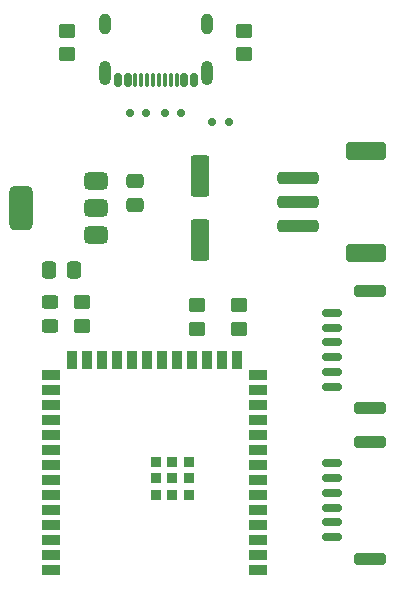
<source format=gtp>
G04 #@! TF.GenerationSoftware,KiCad,Pcbnew,9.0.2*
G04 #@! TF.CreationDate,2025-05-28T22:13:06-05:00*
G04 #@! TF.ProjectId,mainboard,6d61696e-626f-4617-9264-2e6b69636164,rev?*
G04 #@! TF.SameCoordinates,Original*
G04 #@! TF.FileFunction,Paste,Top*
G04 #@! TF.FilePolarity,Positive*
%FSLAX46Y46*%
G04 Gerber Fmt 4.6, Leading zero omitted, Abs format (unit mm)*
G04 Created by KiCad (PCBNEW 9.0.2) date 2025-05-28 22:13:06*
%MOMM*%
%LPD*%
G01*
G04 APERTURE LIST*
G04 Aperture macros list*
%AMRoundRect*
0 Rectangle with rounded corners*
0 $1 Rounding radius*
0 $2 $3 $4 $5 $6 $7 $8 $9 X,Y pos of 4 corners*
0 Add a 4 corners polygon primitive as box body*
4,1,4,$2,$3,$4,$5,$6,$7,$8,$9,$2,$3,0*
0 Add four circle primitives for the rounded corners*
1,1,$1+$1,$2,$3*
1,1,$1+$1,$4,$5*
1,1,$1+$1,$6,$7*
1,1,$1+$1,$8,$9*
0 Add four rect primitives between the rounded corners*
20,1,$1+$1,$2,$3,$4,$5,0*
20,1,$1+$1,$4,$5,$6,$7,0*
20,1,$1+$1,$6,$7,$8,$9,0*
20,1,$1+$1,$8,$9,$2,$3,0*%
G04 Aperture macros list end*
%ADD10R,1.500000X0.900000*%
%ADD11R,0.900000X1.500000*%
%ADD12R,0.900000X0.900000*%
%ADD13RoundRect,0.375000X0.625000X0.375000X-0.625000X0.375000X-0.625000X-0.375000X0.625000X-0.375000X0*%
%ADD14RoundRect,0.500000X0.500000X1.400000X-0.500000X1.400000X-0.500000X-1.400000X0.500000X-1.400000X0*%
%ADD15RoundRect,0.250000X0.450000X-0.350000X0.450000X0.350000X-0.450000X0.350000X-0.450000X-0.350000X0*%
%ADD16RoundRect,0.250000X-0.337500X-0.475000X0.337500X-0.475000X0.337500X0.475000X-0.337500X0.475000X0*%
%ADD17RoundRect,0.150000X0.150000X0.200000X-0.150000X0.200000X-0.150000X-0.200000X0.150000X-0.200000X0*%
%ADD18RoundRect,0.250000X-0.475000X0.337500X-0.475000X-0.337500X0.475000X-0.337500X0.475000X0.337500X0*%
%ADD19RoundRect,0.150000X0.150000X0.425000X-0.150000X0.425000X-0.150000X-0.425000X0.150000X-0.425000X0*%
%ADD20RoundRect,0.075000X0.075000X0.500000X-0.075000X0.500000X-0.075000X-0.500000X0.075000X-0.500000X0*%
%ADD21O,1.000000X2.100000*%
%ADD22O,1.000000X1.800000*%
%ADD23RoundRect,0.150000X0.700000X-0.150000X0.700000X0.150000X-0.700000X0.150000X-0.700000X-0.150000X0*%
%ADD24RoundRect,0.250000X1.100000X-0.250000X1.100000X0.250000X-1.100000X0.250000X-1.100000X-0.250000X0*%
%ADD25RoundRect,0.150000X-0.150000X-0.200000X0.150000X-0.200000X0.150000X0.200000X-0.150000X0.200000X0*%
%ADD26RoundRect,0.250000X0.450000X-0.325000X0.450000X0.325000X-0.450000X0.325000X-0.450000X-0.325000X0*%
%ADD27RoundRect,0.250000X1.500000X-0.250000X1.500000X0.250000X-1.500000X0.250000X-1.500000X-0.250000X0*%
%ADD28RoundRect,0.250001X1.449999X-0.499999X1.449999X0.499999X-1.449999X0.499999X-1.449999X-0.499999X0*%
%ADD29RoundRect,0.250000X0.550000X-1.500000X0.550000X1.500000X-0.550000X1.500000X-0.550000X-1.500000X0*%
G04 APERTURE END LIST*
D10*
X132900000Y-113120000D03*
X132900000Y-111850000D03*
X132900000Y-110580000D03*
X132900000Y-109310000D03*
X132900000Y-108040000D03*
X132900000Y-106770000D03*
X132900000Y-105500000D03*
X132900000Y-104230000D03*
X132900000Y-102960000D03*
X132900000Y-101690000D03*
X132900000Y-100420000D03*
X132900000Y-99150000D03*
X132900000Y-97880000D03*
X132900000Y-96610000D03*
D11*
X131135000Y-95360000D03*
X129865000Y-95360000D03*
X128595000Y-95360000D03*
X127325000Y-95360000D03*
X126055000Y-95360000D03*
X124785000Y-95360000D03*
X123515000Y-95360000D03*
X122245000Y-95360000D03*
X120975000Y-95360000D03*
X119705000Y-95360000D03*
X118435000Y-95360000D03*
X117165000Y-95360000D03*
D10*
X115400000Y-96610000D03*
X115400000Y-97880000D03*
X115400000Y-99150000D03*
X115400000Y-100420000D03*
X115400000Y-101690000D03*
X115400000Y-102960000D03*
X115400000Y-104230000D03*
X115400000Y-105500000D03*
X115400000Y-106770000D03*
X115400000Y-108040000D03*
X115400000Y-109310000D03*
X115400000Y-110580000D03*
X115400000Y-111850000D03*
X115400000Y-113120000D03*
D12*
X127050000Y-106800000D03*
X127050000Y-105400000D03*
X127050000Y-104000000D03*
X127050000Y-104000000D03*
X125650000Y-106800000D03*
X125650000Y-106800000D03*
X125650000Y-105400000D03*
X125650000Y-104000000D03*
X124250000Y-106800000D03*
X124250000Y-105400000D03*
X124250000Y-104000000D03*
D13*
X119150000Y-84800000D03*
X119150000Y-82500000D03*
D14*
X112850000Y-82500000D03*
D13*
X119150000Y-80200000D03*
D15*
X127750000Y-92750000D03*
X127750000Y-90750000D03*
D16*
X115212500Y-87750000D03*
X117287500Y-87750000D03*
D17*
X129000000Y-75250000D03*
X130400000Y-75250000D03*
D18*
X122500000Y-80212500D03*
X122500000Y-82287500D03*
D19*
X127450000Y-71680000D03*
X126650000Y-71680000D03*
D20*
X125500000Y-71680000D03*
X124500000Y-71680000D03*
X124000000Y-71680000D03*
X123000000Y-71680000D03*
D19*
X121850000Y-71680000D03*
X121050000Y-71680000D03*
X121050000Y-71680000D03*
X121850000Y-71680000D03*
D20*
X122500000Y-71680000D03*
X123500000Y-71680000D03*
X125000000Y-71680000D03*
X126000000Y-71680000D03*
D19*
X126650000Y-71680000D03*
X127450000Y-71680000D03*
D21*
X128570000Y-71105000D03*
D22*
X128570000Y-66925000D03*
D21*
X119930000Y-71105000D03*
D22*
X119930000Y-66925000D03*
D15*
X118000000Y-92500000D03*
X118000000Y-90500000D03*
X131700000Y-69500000D03*
X131700000Y-67500000D03*
D23*
X139150000Y-97625000D03*
X139150000Y-96375000D03*
X139150000Y-95125000D03*
X139150000Y-93875000D03*
X139150000Y-92625000D03*
X139150000Y-91375000D03*
D24*
X142350000Y-99475000D03*
X142350000Y-89525000D03*
D23*
X139150000Y-110375000D03*
X139150000Y-109125000D03*
X139150000Y-107875000D03*
X139150000Y-106625000D03*
X139150000Y-105375000D03*
X139150000Y-104125000D03*
D24*
X142350000Y-112225000D03*
X142350000Y-102275000D03*
D15*
X116750000Y-69500000D03*
X116750000Y-67500000D03*
D25*
X123450000Y-74500000D03*
X122050000Y-74500000D03*
D17*
X125000000Y-74500000D03*
X126400000Y-74500000D03*
D15*
X131250000Y-92750000D03*
X131250000Y-90750000D03*
D26*
X115250000Y-92525000D03*
X115250000Y-90475000D03*
D27*
X136250000Y-84000000D03*
X136250000Y-82000000D03*
X136250000Y-80000000D03*
D28*
X142000000Y-86350000D03*
X142000000Y-77650000D03*
D29*
X128000000Y-85200000D03*
X128000000Y-79800000D03*
M02*

</source>
